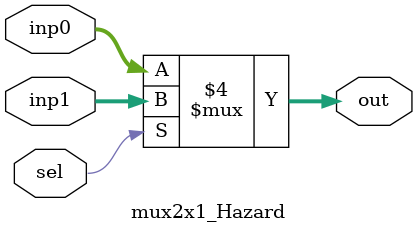
<source format=sv>
`timescale 1ns / 1ps

module mux2x1(inp0, inp1, sel, out);
    input logic [31 : 0] inp0, inp1;
    input logic sel;
    output logic [31 : 0] out;

    always_comb begin
        if(sel==1)
            out = inp1;
        else
            out = inp0; 
    end

endmodule

module mux2x1_Hazard(inp0, inp1, sel, out);
    input logic [176 : 0] inp0, inp1;
    input logic sel;
    output logic [176 : 0] out;

    always_comb begin
        if(sel==1)
            out = inp1;
        else
            out = inp0; 
    end

endmodule

</source>
